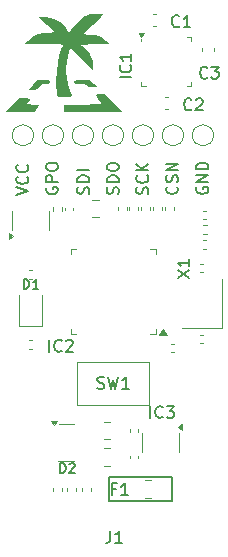
<source format=gbr>
%TF.GenerationSoftware,KiCad,Pcbnew,9.0.0+1*%
%TF.CreationDate,2025-04-22T18:27:58+02:00*%
%TF.ProjectId,ts13a_dev_kit,74733133-615f-4646-9576-5f6b69742e6b,rev?*%
%TF.SameCoordinates,Original*%
%TF.FileFunction,Legend,Top*%
%TF.FilePolarity,Positive*%
%FSLAX46Y46*%
G04 Gerber Fmt 4.6, Leading zero omitted, Abs format (unit mm)*
G04 Created by KiCad (PCBNEW 9.0.0+1) date 2025-04-22 18:27:58*
%MOMM*%
%LPD*%
G01*
G04 APERTURE LIST*
%ADD10C,0.150000*%
%ADD11C,0.120000*%
%ADD12C,0.000000*%
G04 APERTURE END LIST*
D10*
X129609485Y-90208019D02*
X135016138Y-90208019D01*
X135016138Y-92201365D01*
X129609485Y-92201365D01*
X129609485Y-90208019D01*
X130422200Y-66220839D02*
X130469819Y-66077982D01*
X130469819Y-66077982D02*
X130469819Y-65839887D01*
X130469819Y-65839887D02*
X130422200Y-65744649D01*
X130422200Y-65744649D02*
X130374580Y-65697030D01*
X130374580Y-65697030D02*
X130279342Y-65649411D01*
X130279342Y-65649411D02*
X130184104Y-65649411D01*
X130184104Y-65649411D02*
X130088866Y-65697030D01*
X130088866Y-65697030D02*
X130041247Y-65744649D01*
X130041247Y-65744649D02*
X129993628Y-65839887D01*
X129993628Y-65839887D02*
X129946009Y-66030363D01*
X129946009Y-66030363D02*
X129898390Y-66125601D01*
X129898390Y-66125601D02*
X129850771Y-66173220D01*
X129850771Y-66173220D02*
X129755533Y-66220839D01*
X129755533Y-66220839D02*
X129660295Y-66220839D01*
X129660295Y-66220839D02*
X129565057Y-66173220D01*
X129565057Y-66173220D02*
X129517438Y-66125601D01*
X129517438Y-66125601D02*
X129469819Y-66030363D01*
X129469819Y-66030363D02*
X129469819Y-65792268D01*
X129469819Y-65792268D02*
X129517438Y-65649411D01*
X130469819Y-65220839D02*
X129469819Y-65220839D01*
X129469819Y-65220839D02*
X129469819Y-64982744D01*
X129469819Y-64982744D02*
X129517438Y-64839887D01*
X129517438Y-64839887D02*
X129612676Y-64744649D01*
X129612676Y-64744649D02*
X129707914Y-64697030D01*
X129707914Y-64697030D02*
X129898390Y-64649411D01*
X129898390Y-64649411D02*
X130041247Y-64649411D01*
X130041247Y-64649411D02*
X130231723Y-64697030D01*
X130231723Y-64697030D02*
X130326961Y-64744649D01*
X130326961Y-64744649D02*
X130422200Y-64839887D01*
X130422200Y-64839887D02*
X130469819Y-64982744D01*
X130469819Y-64982744D02*
X130469819Y-65220839D01*
X129469819Y-64030363D02*
X129469819Y-63839887D01*
X129469819Y-63839887D02*
X129517438Y-63744649D01*
X129517438Y-63744649D02*
X129612676Y-63649411D01*
X129612676Y-63649411D02*
X129803152Y-63601792D01*
X129803152Y-63601792D02*
X130136485Y-63601792D01*
X130136485Y-63601792D02*
X130326961Y-63649411D01*
X130326961Y-63649411D02*
X130422200Y-63744649D01*
X130422200Y-63744649D02*
X130469819Y-63839887D01*
X130469819Y-63839887D02*
X130469819Y-64030363D01*
X130469819Y-64030363D02*
X130422200Y-64125601D01*
X130422200Y-64125601D02*
X130326961Y-64220839D01*
X130326961Y-64220839D02*
X130136485Y-64268458D01*
X130136485Y-64268458D02*
X129803152Y-64268458D01*
X129803152Y-64268458D02*
X129612676Y-64220839D01*
X129612676Y-64220839D02*
X129517438Y-64125601D01*
X129517438Y-64125601D02*
X129469819Y-64030363D01*
X121814819Y-66316077D02*
X122814819Y-65982744D01*
X122814819Y-65982744D02*
X121814819Y-65649411D01*
X122719580Y-64744649D02*
X122767200Y-64792268D01*
X122767200Y-64792268D02*
X122814819Y-64935125D01*
X122814819Y-64935125D02*
X122814819Y-65030363D01*
X122814819Y-65030363D02*
X122767200Y-65173220D01*
X122767200Y-65173220D02*
X122671961Y-65268458D01*
X122671961Y-65268458D02*
X122576723Y-65316077D01*
X122576723Y-65316077D02*
X122386247Y-65363696D01*
X122386247Y-65363696D02*
X122243390Y-65363696D01*
X122243390Y-65363696D02*
X122052914Y-65316077D01*
X122052914Y-65316077D02*
X121957676Y-65268458D01*
X121957676Y-65268458D02*
X121862438Y-65173220D01*
X121862438Y-65173220D02*
X121814819Y-65030363D01*
X121814819Y-65030363D02*
X121814819Y-64935125D01*
X121814819Y-64935125D02*
X121862438Y-64792268D01*
X121862438Y-64792268D02*
X121910057Y-64744649D01*
X122719580Y-63744649D02*
X122767200Y-63792268D01*
X122767200Y-63792268D02*
X122814819Y-63935125D01*
X122814819Y-63935125D02*
X122814819Y-64030363D01*
X122814819Y-64030363D02*
X122767200Y-64173220D01*
X122767200Y-64173220D02*
X122671961Y-64268458D01*
X122671961Y-64268458D02*
X122576723Y-64316077D01*
X122576723Y-64316077D02*
X122386247Y-64363696D01*
X122386247Y-64363696D02*
X122243390Y-64363696D01*
X122243390Y-64363696D02*
X122052914Y-64316077D01*
X122052914Y-64316077D02*
X121957676Y-64268458D01*
X121957676Y-64268458D02*
X121862438Y-64173220D01*
X121862438Y-64173220D02*
X121814819Y-64030363D01*
X121814819Y-64030363D02*
X121814819Y-63935125D01*
X121814819Y-63935125D02*
X121862438Y-63792268D01*
X121862438Y-63792268D02*
X121910057Y-63744649D01*
X124377438Y-65669411D02*
X124329819Y-65764649D01*
X124329819Y-65764649D02*
X124329819Y-65907506D01*
X124329819Y-65907506D02*
X124377438Y-66050363D01*
X124377438Y-66050363D02*
X124472676Y-66145601D01*
X124472676Y-66145601D02*
X124567914Y-66193220D01*
X124567914Y-66193220D02*
X124758390Y-66240839D01*
X124758390Y-66240839D02*
X124901247Y-66240839D01*
X124901247Y-66240839D02*
X125091723Y-66193220D01*
X125091723Y-66193220D02*
X125186961Y-66145601D01*
X125186961Y-66145601D02*
X125282200Y-66050363D01*
X125282200Y-66050363D02*
X125329819Y-65907506D01*
X125329819Y-65907506D02*
X125329819Y-65812268D01*
X125329819Y-65812268D02*
X125282200Y-65669411D01*
X125282200Y-65669411D02*
X125234580Y-65621792D01*
X125234580Y-65621792D02*
X124901247Y-65621792D01*
X124901247Y-65621792D02*
X124901247Y-65812268D01*
X125329819Y-65193220D02*
X124329819Y-65193220D01*
X124329819Y-65193220D02*
X124329819Y-64812268D01*
X124329819Y-64812268D02*
X124377438Y-64717030D01*
X124377438Y-64717030D02*
X124425057Y-64669411D01*
X124425057Y-64669411D02*
X124520295Y-64621792D01*
X124520295Y-64621792D02*
X124663152Y-64621792D01*
X124663152Y-64621792D02*
X124758390Y-64669411D01*
X124758390Y-64669411D02*
X124806009Y-64717030D01*
X124806009Y-64717030D02*
X124853628Y-64812268D01*
X124853628Y-64812268D02*
X124853628Y-65193220D01*
X124329819Y-64002744D02*
X124329819Y-63812268D01*
X124329819Y-63812268D02*
X124377438Y-63717030D01*
X124377438Y-63717030D02*
X124472676Y-63621792D01*
X124472676Y-63621792D02*
X124663152Y-63574173D01*
X124663152Y-63574173D02*
X124996485Y-63574173D01*
X124996485Y-63574173D02*
X125186961Y-63621792D01*
X125186961Y-63621792D02*
X125282200Y-63717030D01*
X125282200Y-63717030D02*
X125329819Y-63812268D01*
X125329819Y-63812268D02*
X125329819Y-64002744D01*
X125329819Y-64002744D02*
X125282200Y-64097982D01*
X125282200Y-64097982D02*
X125186961Y-64193220D01*
X125186961Y-64193220D02*
X124996485Y-64240839D01*
X124996485Y-64240839D02*
X124663152Y-64240839D01*
X124663152Y-64240839D02*
X124472676Y-64193220D01*
X124472676Y-64193220D02*
X124377438Y-64097982D01*
X124377438Y-64097982D02*
X124329819Y-64002744D01*
X135374580Y-65601792D02*
X135422200Y-65649411D01*
X135422200Y-65649411D02*
X135469819Y-65792268D01*
X135469819Y-65792268D02*
X135469819Y-65887506D01*
X135469819Y-65887506D02*
X135422200Y-66030363D01*
X135422200Y-66030363D02*
X135326961Y-66125601D01*
X135326961Y-66125601D02*
X135231723Y-66173220D01*
X135231723Y-66173220D02*
X135041247Y-66220839D01*
X135041247Y-66220839D02*
X134898390Y-66220839D01*
X134898390Y-66220839D02*
X134707914Y-66173220D01*
X134707914Y-66173220D02*
X134612676Y-66125601D01*
X134612676Y-66125601D02*
X134517438Y-66030363D01*
X134517438Y-66030363D02*
X134469819Y-65887506D01*
X134469819Y-65887506D02*
X134469819Y-65792268D01*
X134469819Y-65792268D02*
X134517438Y-65649411D01*
X134517438Y-65649411D02*
X134565057Y-65601792D01*
X135422200Y-65220839D02*
X135469819Y-65077982D01*
X135469819Y-65077982D02*
X135469819Y-64839887D01*
X135469819Y-64839887D02*
X135422200Y-64744649D01*
X135422200Y-64744649D02*
X135374580Y-64697030D01*
X135374580Y-64697030D02*
X135279342Y-64649411D01*
X135279342Y-64649411D02*
X135184104Y-64649411D01*
X135184104Y-64649411D02*
X135088866Y-64697030D01*
X135088866Y-64697030D02*
X135041247Y-64744649D01*
X135041247Y-64744649D02*
X134993628Y-64839887D01*
X134993628Y-64839887D02*
X134946009Y-65030363D01*
X134946009Y-65030363D02*
X134898390Y-65125601D01*
X134898390Y-65125601D02*
X134850771Y-65173220D01*
X134850771Y-65173220D02*
X134755533Y-65220839D01*
X134755533Y-65220839D02*
X134660295Y-65220839D01*
X134660295Y-65220839D02*
X134565057Y-65173220D01*
X134565057Y-65173220D02*
X134517438Y-65125601D01*
X134517438Y-65125601D02*
X134469819Y-65030363D01*
X134469819Y-65030363D02*
X134469819Y-64792268D01*
X134469819Y-64792268D02*
X134517438Y-64649411D01*
X135469819Y-64220839D02*
X134469819Y-64220839D01*
X134469819Y-64220839D02*
X135469819Y-63649411D01*
X135469819Y-63649411D02*
X134469819Y-63649411D01*
X132922200Y-66220839D02*
X132969819Y-66077982D01*
X132969819Y-66077982D02*
X132969819Y-65839887D01*
X132969819Y-65839887D02*
X132922200Y-65744649D01*
X132922200Y-65744649D02*
X132874580Y-65697030D01*
X132874580Y-65697030D02*
X132779342Y-65649411D01*
X132779342Y-65649411D02*
X132684104Y-65649411D01*
X132684104Y-65649411D02*
X132588866Y-65697030D01*
X132588866Y-65697030D02*
X132541247Y-65744649D01*
X132541247Y-65744649D02*
X132493628Y-65839887D01*
X132493628Y-65839887D02*
X132446009Y-66030363D01*
X132446009Y-66030363D02*
X132398390Y-66125601D01*
X132398390Y-66125601D02*
X132350771Y-66173220D01*
X132350771Y-66173220D02*
X132255533Y-66220839D01*
X132255533Y-66220839D02*
X132160295Y-66220839D01*
X132160295Y-66220839D02*
X132065057Y-66173220D01*
X132065057Y-66173220D02*
X132017438Y-66125601D01*
X132017438Y-66125601D02*
X131969819Y-66030363D01*
X131969819Y-66030363D02*
X131969819Y-65792268D01*
X131969819Y-65792268D02*
X132017438Y-65649411D01*
X132874580Y-64649411D02*
X132922200Y-64697030D01*
X132922200Y-64697030D02*
X132969819Y-64839887D01*
X132969819Y-64839887D02*
X132969819Y-64935125D01*
X132969819Y-64935125D02*
X132922200Y-65077982D01*
X132922200Y-65077982D02*
X132826961Y-65173220D01*
X132826961Y-65173220D02*
X132731723Y-65220839D01*
X132731723Y-65220839D02*
X132541247Y-65268458D01*
X132541247Y-65268458D02*
X132398390Y-65268458D01*
X132398390Y-65268458D02*
X132207914Y-65220839D01*
X132207914Y-65220839D02*
X132112676Y-65173220D01*
X132112676Y-65173220D02*
X132017438Y-65077982D01*
X132017438Y-65077982D02*
X131969819Y-64935125D01*
X131969819Y-64935125D02*
X131969819Y-64839887D01*
X131969819Y-64839887D02*
X132017438Y-64697030D01*
X132017438Y-64697030D02*
X132065057Y-64649411D01*
X132969819Y-64220839D02*
X131969819Y-64220839D01*
X132969819Y-63649411D02*
X132398390Y-64077982D01*
X131969819Y-63649411D02*
X132541247Y-64220839D01*
X127922200Y-66220839D02*
X127969819Y-66077982D01*
X127969819Y-66077982D02*
X127969819Y-65839887D01*
X127969819Y-65839887D02*
X127922200Y-65744649D01*
X127922200Y-65744649D02*
X127874580Y-65697030D01*
X127874580Y-65697030D02*
X127779342Y-65649411D01*
X127779342Y-65649411D02*
X127684104Y-65649411D01*
X127684104Y-65649411D02*
X127588866Y-65697030D01*
X127588866Y-65697030D02*
X127541247Y-65744649D01*
X127541247Y-65744649D02*
X127493628Y-65839887D01*
X127493628Y-65839887D02*
X127446009Y-66030363D01*
X127446009Y-66030363D02*
X127398390Y-66125601D01*
X127398390Y-66125601D02*
X127350771Y-66173220D01*
X127350771Y-66173220D02*
X127255533Y-66220839D01*
X127255533Y-66220839D02*
X127160295Y-66220839D01*
X127160295Y-66220839D02*
X127065057Y-66173220D01*
X127065057Y-66173220D02*
X127017438Y-66125601D01*
X127017438Y-66125601D02*
X126969819Y-66030363D01*
X126969819Y-66030363D02*
X126969819Y-65792268D01*
X126969819Y-65792268D02*
X127017438Y-65649411D01*
X127969819Y-65220839D02*
X126969819Y-65220839D01*
X126969819Y-65220839D02*
X126969819Y-64982744D01*
X126969819Y-64982744D02*
X127017438Y-64839887D01*
X127017438Y-64839887D02*
X127112676Y-64744649D01*
X127112676Y-64744649D02*
X127207914Y-64697030D01*
X127207914Y-64697030D02*
X127398390Y-64649411D01*
X127398390Y-64649411D02*
X127541247Y-64649411D01*
X127541247Y-64649411D02*
X127731723Y-64697030D01*
X127731723Y-64697030D02*
X127826961Y-64744649D01*
X127826961Y-64744649D02*
X127922200Y-64839887D01*
X127922200Y-64839887D02*
X127969819Y-64982744D01*
X127969819Y-64982744D02*
X127969819Y-65220839D01*
X127969819Y-64220839D02*
X126969819Y-64220839D01*
X137102438Y-65649411D02*
X137054819Y-65744649D01*
X137054819Y-65744649D02*
X137054819Y-65887506D01*
X137054819Y-65887506D02*
X137102438Y-66030363D01*
X137102438Y-66030363D02*
X137197676Y-66125601D01*
X137197676Y-66125601D02*
X137292914Y-66173220D01*
X137292914Y-66173220D02*
X137483390Y-66220839D01*
X137483390Y-66220839D02*
X137626247Y-66220839D01*
X137626247Y-66220839D02*
X137816723Y-66173220D01*
X137816723Y-66173220D02*
X137911961Y-66125601D01*
X137911961Y-66125601D02*
X138007200Y-66030363D01*
X138007200Y-66030363D02*
X138054819Y-65887506D01*
X138054819Y-65887506D02*
X138054819Y-65792268D01*
X138054819Y-65792268D02*
X138007200Y-65649411D01*
X138007200Y-65649411D02*
X137959580Y-65601792D01*
X137959580Y-65601792D02*
X137626247Y-65601792D01*
X137626247Y-65601792D02*
X137626247Y-65792268D01*
X138054819Y-65173220D02*
X137054819Y-65173220D01*
X137054819Y-65173220D02*
X138054819Y-64601792D01*
X138054819Y-64601792D02*
X137054819Y-64601792D01*
X138054819Y-64125601D02*
X137054819Y-64125601D01*
X137054819Y-64125601D02*
X137054819Y-63887506D01*
X137054819Y-63887506D02*
X137102438Y-63744649D01*
X137102438Y-63744649D02*
X137197676Y-63649411D01*
X137197676Y-63649411D02*
X137292914Y-63601792D01*
X137292914Y-63601792D02*
X137483390Y-63554173D01*
X137483390Y-63554173D02*
X137626247Y-63554173D01*
X137626247Y-63554173D02*
X137816723Y-63601792D01*
X137816723Y-63601792D02*
X137911961Y-63649411D01*
X137911961Y-63649411D02*
X138007200Y-63744649D01*
X138007200Y-63744649D02*
X138054819Y-63887506D01*
X138054819Y-63887506D02*
X138054819Y-64125601D01*
X129766666Y-94754819D02*
X129766666Y-95469104D01*
X129766666Y-95469104D02*
X129719047Y-95611961D01*
X129719047Y-95611961D02*
X129623809Y-95707200D01*
X129623809Y-95707200D02*
X129480952Y-95754819D01*
X129480952Y-95754819D02*
X129385714Y-95754819D01*
X130766666Y-95754819D02*
X130195238Y-95754819D01*
X130480952Y-95754819D02*
X130480952Y-94754819D01*
X130480952Y-94754819D02*
X130385714Y-94897676D01*
X130385714Y-94897676D02*
X130290476Y-94992914D01*
X130290476Y-94992914D02*
X130195238Y-95040533D01*
X136629808Y-59036594D02*
X136582189Y-59084214D01*
X136582189Y-59084214D02*
X136439332Y-59131833D01*
X136439332Y-59131833D02*
X136344094Y-59131833D01*
X136344094Y-59131833D02*
X136201237Y-59084214D01*
X136201237Y-59084214D02*
X136105999Y-58988975D01*
X136105999Y-58988975D02*
X136058380Y-58893737D01*
X136058380Y-58893737D02*
X136010761Y-58703261D01*
X136010761Y-58703261D02*
X136010761Y-58560404D01*
X136010761Y-58560404D02*
X136058380Y-58369928D01*
X136058380Y-58369928D02*
X136105999Y-58274690D01*
X136105999Y-58274690D02*
X136201237Y-58179452D01*
X136201237Y-58179452D02*
X136344094Y-58131833D01*
X136344094Y-58131833D02*
X136439332Y-58131833D01*
X136439332Y-58131833D02*
X136582189Y-58179452D01*
X136582189Y-58179452D02*
X136629808Y-58227071D01*
X137010761Y-58227071D02*
X137058380Y-58179452D01*
X137058380Y-58179452D02*
X137153618Y-58131833D01*
X137153618Y-58131833D02*
X137391713Y-58131833D01*
X137391713Y-58131833D02*
X137486951Y-58179452D01*
X137486951Y-58179452D02*
X137534570Y-58227071D01*
X137534570Y-58227071D02*
X137582189Y-58322309D01*
X137582189Y-58322309D02*
X137582189Y-58417547D01*
X137582189Y-58417547D02*
X137534570Y-58560404D01*
X137534570Y-58560404D02*
X136963142Y-59131833D01*
X136963142Y-59131833D02*
X137582189Y-59131833D01*
X133143810Y-85184819D02*
X133143810Y-84184819D01*
X134191428Y-85089580D02*
X134143809Y-85137200D01*
X134143809Y-85137200D02*
X134000952Y-85184819D01*
X134000952Y-85184819D02*
X133905714Y-85184819D01*
X133905714Y-85184819D02*
X133762857Y-85137200D01*
X133762857Y-85137200D02*
X133667619Y-85041961D01*
X133667619Y-85041961D02*
X133620000Y-84946723D01*
X133620000Y-84946723D02*
X133572381Y-84756247D01*
X133572381Y-84756247D02*
X133572381Y-84613390D01*
X133572381Y-84613390D02*
X133620000Y-84422914D01*
X133620000Y-84422914D02*
X133667619Y-84327676D01*
X133667619Y-84327676D02*
X133762857Y-84232438D01*
X133762857Y-84232438D02*
X133905714Y-84184819D01*
X133905714Y-84184819D02*
X134000952Y-84184819D01*
X134000952Y-84184819D02*
X134143809Y-84232438D01*
X134143809Y-84232438D02*
X134191428Y-84280057D01*
X134524762Y-84184819D02*
X135143809Y-84184819D01*
X135143809Y-84184819D02*
X134810476Y-84565771D01*
X134810476Y-84565771D02*
X134953333Y-84565771D01*
X134953333Y-84565771D02*
X135048571Y-84613390D01*
X135048571Y-84613390D02*
X135096190Y-84661009D01*
X135096190Y-84661009D02*
X135143809Y-84756247D01*
X135143809Y-84756247D02*
X135143809Y-84994342D01*
X135143809Y-84994342D02*
X135096190Y-85089580D01*
X135096190Y-85089580D02*
X135048571Y-85137200D01*
X135048571Y-85137200D02*
X134953333Y-85184819D01*
X134953333Y-85184819D02*
X134667619Y-85184819D01*
X134667619Y-85184819D02*
X134572381Y-85137200D01*
X134572381Y-85137200D02*
X134524762Y-85089580D01*
X128666667Y-82657200D02*
X128809524Y-82704819D01*
X128809524Y-82704819D02*
X129047619Y-82704819D01*
X129047619Y-82704819D02*
X129142857Y-82657200D01*
X129142857Y-82657200D02*
X129190476Y-82609580D01*
X129190476Y-82609580D02*
X129238095Y-82514342D01*
X129238095Y-82514342D02*
X129238095Y-82419104D01*
X129238095Y-82419104D02*
X129190476Y-82323866D01*
X129190476Y-82323866D02*
X129142857Y-82276247D01*
X129142857Y-82276247D02*
X129047619Y-82228628D01*
X129047619Y-82228628D02*
X128857143Y-82181009D01*
X128857143Y-82181009D02*
X128761905Y-82133390D01*
X128761905Y-82133390D02*
X128714286Y-82085771D01*
X128714286Y-82085771D02*
X128666667Y-81990533D01*
X128666667Y-81990533D02*
X128666667Y-81895295D01*
X128666667Y-81895295D02*
X128714286Y-81800057D01*
X128714286Y-81800057D02*
X128761905Y-81752438D01*
X128761905Y-81752438D02*
X128857143Y-81704819D01*
X128857143Y-81704819D02*
X129095238Y-81704819D01*
X129095238Y-81704819D02*
X129238095Y-81752438D01*
X129571429Y-81704819D02*
X129809524Y-82704819D01*
X129809524Y-82704819D02*
X130000000Y-81990533D01*
X130000000Y-81990533D02*
X130190476Y-82704819D01*
X130190476Y-82704819D02*
X130428572Y-81704819D01*
X131333333Y-82704819D02*
X130761905Y-82704819D01*
X131047619Y-82704819D02*
X131047619Y-81704819D01*
X131047619Y-81704819D02*
X130952381Y-81847676D01*
X130952381Y-81847676D02*
X130857143Y-81942914D01*
X130857143Y-81942914D02*
X130761905Y-81990533D01*
X131544819Y-56346189D02*
X130544819Y-56346189D01*
X131449580Y-55298571D02*
X131497200Y-55346190D01*
X131497200Y-55346190D02*
X131544819Y-55489047D01*
X131544819Y-55489047D02*
X131544819Y-55584285D01*
X131544819Y-55584285D02*
X131497200Y-55727142D01*
X131497200Y-55727142D02*
X131401961Y-55822380D01*
X131401961Y-55822380D02*
X131306723Y-55869999D01*
X131306723Y-55869999D02*
X131116247Y-55917618D01*
X131116247Y-55917618D02*
X130973390Y-55917618D01*
X130973390Y-55917618D02*
X130782914Y-55869999D01*
X130782914Y-55869999D02*
X130687676Y-55822380D01*
X130687676Y-55822380D02*
X130592438Y-55727142D01*
X130592438Y-55727142D02*
X130544819Y-55584285D01*
X130544819Y-55584285D02*
X130544819Y-55489047D01*
X130544819Y-55489047D02*
X130592438Y-55346190D01*
X130592438Y-55346190D02*
X130640057Y-55298571D01*
X131544819Y-54346190D02*
X131544819Y-54917618D01*
X131544819Y-54631904D02*
X130544819Y-54631904D01*
X130544819Y-54631904D02*
X130687676Y-54727142D01*
X130687676Y-54727142D02*
X130782914Y-54822380D01*
X130782914Y-54822380D02*
X130830533Y-54917618D01*
X135454819Y-73309523D02*
X136454819Y-72642857D01*
X135454819Y-72642857D02*
X136454819Y-73309523D01*
X136454819Y-71738095D02*
X136454819Y-72309523D01*
X136454819Y-72023809D02*
X135454819Y-72023809D01*
X135454819Y-72023809D02*
X135597676Y-72119047D01*
X135597676Y-72119047D02*
X135692914Y-72214285D01*
X135692914Y-72214285D02*
X135740533Y-72309523D01*
X122441298Y-74239170D02*
X122441298Y-73439170D01*
X122441298Y-73439170D02*
X122631774Y-73439170D01*
X122631774Y-73439170D02*
X122746060Y-73477265D01*
X122746060Y-73477265D02*
X122822250Y-73553455D01*
X122822250Y-73553455D02*
X122860345Y-73629646D01*
X122860345Y-73629646D02*
X122898441Y-73782027D01*
X122898441Y-73782027D02*
X122898441Y-73896313D01*
X122898441Y-73896313D02*
X122860345Y-74048694D01*
X122860345Y-74048694D02*
X122822250Y-74124884D01*
X122822250Y-74124884D02*
X122746060Y-74201075D01*
X122746060Y-74201075D02*
X122631774Y-74239170D01*
X122631774Y-74239170D02*
X122441298Y-74239170D01*
X123660345Y-74239170D02*
X123203202Y-74239170D01*
X123431774Y-74239170D02*
X123431774Y-73439170D01*
X123431774Y-73439170D02*
X123355583Y-73553455D01*
X123355583Y-73553455D02*
X123279393Y-73629646D01*
X123279393Y-73629646D02*
X123203202Y-73667741D01*
X135582923Y-51991346D02*
X135535304Y-52038966D01*
X135535304Y-52038966D02*
X135392447Y-52086585D01*
X135392447Y-52086585D02*
X135297209Y-52086585D01*
X135297209Y-52086585D02*
X135154352Y-52038966D01*
X135154352Y-52038966D02*
X135059114Y-51943727D01*
X135059114Y-51943727D02*
X135011495Y-51848489D01*
X135011495Y-51848489D02*
X134963876Y-51658013D01*
X134963876Y-51658013D02*
X134963876Y-51515156D01*
X134963876Y-51515156D02*
X135011495Y-51324680D01*
X135011495Y-51324680D02*
X135059114Y-51229442D01*
X135059114Y-51229442D02*
X135154352Y-51134204D01*
X135154352Y-51134204D02*
X135297209Y-51086585D01*
X135297209Y-51086585D02*
X135392447Y-51086585D01*
X135392447Y-51086585D02*
X135535304Y-51134204D01*
X135535304Y-51134204D02*
X135582923Y-51181823D01*
X136535304Y-52086585D02*
X135963876Y-52086585D01*
X136249590Y-52086585D02*
X136249590Y-51086585D01*
X136249590Y-51086585D02*
X136154352Y-51229442D01*
X136154352Y-51229442D02*
X136059114Y-51324680D01*
X136059114Y-51324680D02*
X135963876Y-51372299D01*
X137973780Y-56348648D02*
X137926161Y-56396268D01*
X137926161Y-56396268D02*
X137783304Y-56443887D01*
X137783304Y-56443887D02*
X137688066Y-56443887D01*
X137688066Y-56443887D02*
X137545209Y-56396268D01*
X137545209Y-56396268D02*
X137449971Y-56301029D01*
X137449971Y-56301029D02*
X137402352Y-56205791D01*
X137402352Y-56205791D02*
X137354733Y-56015315D01*
X137354733Y-56015315D02*
X137354733Y-55872458D01*
X137354733Y-55872458D02*
X137402352Y-55681982D01*
X137402352Y-55681982D02*
X137449971Y-55586744D01*
X137449971Y-55586744D02*
X137545209Y-55491506D01*
X137545209Y-55491506D02*
X137688066Y-55443887D01*
X137688066Y-55443887D02*
X137783304Y-55443887D01*
X137783304Y-55443887D02*
X137926161Y-55491506D01*
X137926161Y-55491506D02*
X137973780Y-55539125D01*
X138307114Y-55443887D02*
X138926161Y-55443887D01*
X138926161Y-55443887D02*
X138592828Y-55824839D01*
X138592828Y-55824839D02*
X138735685Y-55824839D01*
X138735685Y-55824839D02*
X138830923Y-55872458D01*
X138830923Y-55872458D02*
X138878542Y-55920077D01*
X138878542Y-55920077D02*
X138926161Y-56015315D01*
X138926161Y-56015315D02*
X138926161Y-56253410D01*
X138926161Y-56253410D02*
X138878542Y-56348648D01*
X138878542Y-56348648D02*
X138830923Y-56396268D01*
X138830923Y-56396268D02*
X138735685Y-56443887D01*
X138735685Y-56443887D02*
X138449971Y-56443887D01*
X138449971Y-56443887D02*
X138354733Y-56396268D01*
X138354733Y-56396268D02*
X138307114Y-56348648D01*
X124583810Y-79574819D02*
X124583810Y-78574819D01*
X125631428Y-79479580D02*
X125583809Y-79527200D01*
X125583809Y-79527200D02*
X125440952Y-79574819D01*
X125440952Y-79574819D02*
X125345714Y-79574819D01*
X125345714Y-79574819D02*
X125202857Y-79527200D01*
X125202857Y-79527200D02*
X125107619Y-79431961D01*
X125107619Y-79431961D02*
X125060000Y-79336723D01*
X125060000Y-79336723D02*
X125012381Y-79146247D01*
X125012381Y-79146247D02*
X125012381Y-79003390D01*
X125012381Y-79003390D02*
X125060000Y-78812914D01*
X125060000Y-78812914D02*
X125107619Y-78717676D01*
X125107619Y-78717676D02*
X125202857Y-78622438D01*
X125202857Y-78622438D02*
X125345714Y-78574819D01*
X125345714Y-78574819D02*
X125440952Y-78574819D01*
X125440952Y-78574819D02*
X125583809Y-78622438D01*
X125583809Y-78622438D02*
X125631428Y-78670057D01*
X126012381Y-78670057D02*
X126060000Y-78622438D01*
X126060000Y-78622438D02*
X126155238Y-78574819D01*
X126155238Y-78574819D02*
X126393333Y-78574819D01*
X126393333Y-78574819D02*
X126488571Y-78622438D01*
X126488571Y-78622438D02*
X126536190Y-78670057D01*
X126536190Y-78670057D02*
X126583809Y-78765295D01*
X126583809Y-78765295D02*
X126583809Y-78860533D01*
X126583809Y-78860533D02*
X126536190Y-79003390D01*
X126536190Y-79003390D02*
X125964762Y-79574819D01*
X125964762Y-79574819D02*
X126583809Y-79574819D01*
X130205957Y-91177070D02*
X129872624Y-91177070D01*
X129872624Y-91700880D02*
X129872624Y-90700880D01*
X129872624Y-90700880D02*
X130348814Y-90700880D01*
X131253576Y-91700880D02*
X130682148Y-91700880D01*
X130967862Y-91700880D02*
X130967862Y-90700880D01*
X130967862Y-90700880D02*
X130872624Y-90843737D01*
X130872624Y-90843737D02*
X130777386Y-90938975D01*
X130777386Y-90938975D02*
X130682148Y-90986594D01*
X125539524Y-89822295D02*
X125539524Y-89022295D01*
X125539524Y-89022295D02*
X125730000Y-89022295D01*
X125730000Y-89022295D02*
X125844286Y-89060390D01*
X125844286Y-89060390D02*
X125920476Y-89136580D01*
X125920476Y-89136580D02*
X125958571Y-89212771D01*
X125958571Y-89212771D02*
X125996667Y-89365152D01*
X125996667Y-89365152D02*
X125996667Y-89479438D01*
X125996667Y-89479438D02*
X125958571Y-89631819D01*
X125958571Y-89631819D02*
X125920476Y-89708009D01*
X125920476Y-89708009D02*
X125844286Y-89784200D01*
X125844286Y-89784200D02*
X125730000Y-89822295D01*
X125730000Y-89822295D02*
X125539524Y-89822295D01*
X126301428Y-89098485D02*
X126339524Y-89060390D01*
X126339524Y-89060390D02*
X126415714Y-89022295D01*
X126415714Y-89022295D02*
X126606190Y-89022295D01*
X126606190Y-89022295D02*
X126682381Y-89060390D01*
X126682381Y-89060390D02*
X126720476Y-89098485D01*
X126720476Y-89098485D02*
X126758571Y-89174676D01*
X126758571Y-89174676D02*
X126758571Y-89250866D01*
X126758571Y-89250866D02*
X126720476Y-89365152D01*
X126720476Y-89365152D02*
X126263333Y-89822295D01*
X126263333Y-89822295D02*
X126758571Y-89822295D01*
D11*
%TO.C,C14*%
X128238748Y-66715000D02*
X128761252Y-66715000D01*
X128238748Y-68185000D02*
X128761252Y-68185000D01*
%TO.C,C2*%
X134359420Y-57990000D02*
X134640580Y-57990000D01*
X134359420Y-59010000D02*
X134640580Y-59010000D01*
%TO.C,C13*%
X125890000Y-67392164D02*
X125890000Y-67607836D01*
X126610000Y-67392164D02*
X126610000Y-67607836D01*
%TO.C,IC3*%
X132440000Y-87250000D02*
X132440000Y-86450000D01*
X132440000Y-87250000D02*
X132440000Y-88050000D01*
X135560000Y-87250000D02*
X135560000Y-86450000D01*
X135560000Y-87250000D02*
X135560000Y-88050000D01*
X135840000Y-86190000D02*
X135510000Y-85950000D01*
X135840000Y-85710000D01*
X135840000Y-86190000D01*
G36*
X135840000Y-86190000D02*
G01*
X135510000Y-85950000D01*
X135840000Y-85710000D01*
X135840000Y-86190000D01*
G37*
%TO.C,R7*%
X134370000Y-67296359D02*
X134370000Y-67603641D01*
X135130000Y-67296359D02*
X135130000Y-67603641D01*
%TO.C,R3*%
X131370000Y-67296359D02*
X131370000Y-67603641D01*
X132130000Y-67296359D02*
X132130000Y-67603641D01*
%TO.C,PAD3*%
X125800000Y-61250000D02*
G75*
G02*
X124000000Y-61250000I-900000J0D01*
G01*
X124000000Y-61250000D02*
G75*
G02*
X125800000Y-61250000I900000J0D01*
G01*
%TO.C,R1*%
X137596359Y-68870000D02*
X137903641Y-68870000D01*
X137596359Y-69630000D02*
X137903641Y-69630000D01*
%TO.C,PAD4*%
X135960000Y-61250000D02*
G75*
G02*
X134160000Y-61250000I-900000J0D01*
G01*
X134160000Y-61250000D02*
G75*
G02*
X135960000Y-61250000I900000J0D01*
G01*
%TO.C,SW1*%
X126940000Y-80440000D02*
X133060000Y-80440000D01*
X126940000Y-84060000D02*
X126940000Y-80440000D01*
X133060000Y-80440000D02*
X133060000Y-84060000D01*
X133060000Y-84060000D02*
X126940000Y-84060000D01*
%TO.C,PAD6*%
X130880000Y-61250000D02*
G75*
G02*
X129080000Y-61250000I-900000J0D01*
G01*
X129080000Y-61250000D02*
G75*
G02*
X130880000Y-61250000I900000J0D01*
G01*
%TO.C,C9*%
X135107836Y-78890000D02*
X134892164Y-78890000D01*
X135107836Y-79610000D02*
X134892164Y-79610000D01*
%TO.C,IC1*%
X132390000Y-53240000D02*
X132390000Y-53130000D01*
X132390000Y-57110000D02*
X132390000Y-56760000D01*
X132740000Y-57110000D02*
X132390000Y-57110000D01*
X136260000Y-52890000D02*
X136610000Y-52890000D01*
X136260000Y-57110000D02*
X136610000Y-57110000D01*
X136610000Y-52890000D02*
X136610000Y-53240000D01*
X136610000Y-57110000D02*
X136610000Y-56760000D01*
X132390000Y-52890000D02*
X132150000Y-52560000D01*
X132630000Y-52560000D01*
X132390000Y-52890000D01*
G36*
X132390000Y-52890000D02*
G01*
X132150000Y-52560000D01*
X132630000Y-52560000D01*
X132390000Y-52890000D01*
G37*
%TO.C,X1*%
X135790000Y-77560000D02*
X139210000Y-77560000D01*
X139210000Y-77560000D02*
X139210000Y-73440000D01*
%TO.C,C5*%
X131390000Y-88392164D02*
X131390000Y-88607836D01*
X132110000Y-88392164D02*
X132110000Y-88607836D01*
%TO.C,D1*%
X122040000Y-74750000D02*
X122040000Y-77435000D01*
X122040000Y-77435000D02*
X123960000Y-77435000D01*
X123960000Y-77435000D02*
X123960000Y-74750000D01*
%TO.C,R13*%
X122846359Y-72620000D02*
X123153641Y-72620000D01*
X122846359Y-73380000D02*
X123153641Y-73380000D01*
%TO.C,C1*%
X133640580Y-50990000D02*
X133359420Y-50990000D01*
X133640580Y-52010000D02*
X133359420Y-52010000D01*
%TO.C,PAD2*%
X138500000Y-61250000D02*
G75*
G02*
X136700000Y-61250000I-900000J0D01*
G01*
X136700000Y-61250000D02*
G75*
G02*
X138500000Y-61250000I900000J0D01*
G01*
%TO.C,C3*%
X137490000Y-54140580D02*
X137490000Y-53859420D01*
X138510000Y-54140580D02*
X138510000Y-53859420D01*
%TO.C,C11*%
X137607836Y-78140000D02*
X137392164Y-78140000D01*
X137607836Y-78860000D02*
X137392164Y-78860000D01*
%TO.C,IC2*%
X126390000Y-70890000D02*
X126390000Y-71340000D01*
X126390000Y-78110000D02*
X126390000Y-77660000D01*
X126840000Y-70890000D02*
X126390000Y-70890000D01*
X126840000Y-78110000D02*
X126390000Y-78110000D01*
X133160000Y-70890000D02*
X133610000Y-70890000D01*
X133160000Y-78110000D02*
X133610000Y-78110000D01*
X133610000Y-70890000D02*
X133610000Y-71340000D01*
X133610000Y-78110000D02*
X133610000Y-77660000D01*
X134540000Y-78130000D02*
X133860000Y-78130000D01*
X134200000Y-77660000D01*
X134540000Y-78130000D01*
G36*
X134540000Y-78130000D02*
G01*
X133860000Y-78130000D01*
X134200000Y-77660000D01*
X134540000Y-78130000D01*
G37*
%TO.C,R12*%
X124870000Y-67653641D02*
X124870000Y-67346359D01*
X125630000Y-67653641D02*
X125630000Y-67346359D01*
%TO.C,F1*%
X132732420Y-90473019D02*
X133186548Y-90473019D01*
X132732420Y-91943019D02*
X133186548Y-91943019D01*
%TO.C,C4*%
X129761252Y-87765000D02*
X129238748Y-87765000D01*
X129761252Y-89235000D02*
X129238748Y-89235000D01*
%TO.C,R5*%
X133370000Y-67296359D02*
X133370000Y-67603641D01*
X134130000Y-67296359D02*
X134130000Y-67603641D01*
%TO.C,PAD1*%
X123260000Y-61250000D02*
G75*
G02*
X121460000Y-61250000I-900000J0D01*
G01*
X121460000Y-61250000D02*
G75*
G02*
X123260000Y-61250000I900000J0D01*
G01*
%TO.C,IC4*%
X121440000Y-68500000D02*
X121440000Y-67700000D01*
X121440000Y-68500000D02*
X121440000Y-69300000D01*
X124560000Y-68500000D02*
X124560000Y-67700000D01*
X124560000Y-68500000D02*
X124560000Y-69300000D01*
X121490000Y-69800000D02*
X121160000Y-70040000D01*
X121160000Y-69560000D01*
X121490000Y-69800000D01*
G36*
X121490000Y-69800000D02*
G01*
X121160000Y-70040000D01*
X121160000Y-69560000D01*
X121490000Y-69800000D01*
G37*
%TO.C,R10*%
X126120000Y-91403641D02*
X126120000Y-91096359D01*
X126880000Y-91403641D02*
X126880000Y-91096359D01*
%TO.C,PAD7*%
X128340000Y-61250000D02*
G75*
G02*
X126540000Y-61250000I-900000J0D01*
G01*
X126540000Y-61250000D02*
G75*
G02*
X128340000Y-61250000I900000J0D01*
G01*
%TO.C,C12*%
X137392164Y-72140000D02*
X137607836Y-72140000D01*
X137392164Y-72860000D02*
X137607836Y-72860000D01*
%TO.C,R2*%
X130370000Y-67296359D02*
X130370000Y-67603641D01*
X131130000Y-67296359D02*
X131130000Y-67603641D01*
%TO.C,R11*%
X127370000Y-91096359D02*
X127370000Y-91403641D01*
X128130000Y-91096359D02*
X128130000Y-91403641D01*
%TO.C,C10*%
X137642164Y-70140000D02*
X137857836Y-70140000D01*
X137642164Y-70860000D02*
X137857836Y-70860000D01*
%TO.C,C8*%
X137857836Y-67640000D02*
X137642164Y-67640000D01*
X137857836Y-68360000D02*
X137642164Y-68360000D01*
%TO.C,PAD5*%
X133420000Y-61250000D02*
G75*
G02*
X131620000Y-61250000I-900000J0D01*
G01*
X131620000Y-61250000D02*
G75*
G02*
X133420000Y-61250000I900000J0D01*
G01*
%TO.C,C7*%
X129761252Y-85515000D02*
X129238748Y-85515000D01*
X129761252Y-86985000D02*
X129238748Y-86985000D01*
D12*
%TO.C,G1*%
G36*
X122740185Y-58124715D02*
G01*
X122901217Y-58145043D01*
X122964583Y-58173597D01*
X122964621Y-58174346D01*
X122927102Y-58261932D01*
X122836379Y-58394724D01*
X122831984Y-58400342D01*
X122740309Y-58527846D01*
X122699481Y-58606301D01*
X122699347Y-58608241D01*
X122760260Y-58626998D01*
X122921412Y-58640882D01*
X123150426Y-58647342D01*
X123197854Y-58647519D01*
X123696360Y-58647519D01*
X123360298Y-59310705D01*
X120878353Y-59310705D01*
X121472454Y-58713838D01*
X122066556Y-58116971D01*
X122515589Y-58116971D01*
X122740185Y-58124715D01*
G37*
G36*
X124404938Y-56593115D02*
G01*
X124563605Y-56602362D01*
X124637493Y-56626641D01*
X124650530Y-56673204D01*
X124629754Y-56740861D01*
X124572314Y-56834024D01*
X124462700Y-56884346D01*
X124262416Y-56908537D01*
X124240304Y-56909904D01*
X124028484Y-56933162D01*
X123895423Y-56989195D01*
X123787359Y-57105233D01*
X123750188Y-57158146D01*
X123654110Y-57286026D01*
X123559114Y-57354384D01*
X123420339Y-57381842D01*
X123198812Y-57387014D01*
X122802977Y-57387467D01*
X123196736Y-56989556D01*
X123590496Y-56591645D01*
X124137562Y-56591645D01*
X124404938Y-56593115D01*
G37*
G36*
X128390022Y-56888541D02*
G01*
X128701175Y-57185437D01*
X128322177Y-57186974D01*
X128094153Y-57179425D01*
X127961152Y-57147276D01*
X127886284Y-57079781D01*
X127872193Y-57055875D01*
X127819473Y-56988143D01*
X127730543Y-56948067D01*
X127574611Y-56928748D01*
X127320885Y-56923289D01*
X127280088Y-56923237D01*
X126992217Y-56915695D01*
X126812467Y-56885864D01*
X126716821Y-56822937D01*
X126681260Y-56716107D01*
X126678460Y-56652539D01*
X126740213Y-56627606D01*
X126907261Y-56607611D01*
X127152287Y-56594930D01*
X127378665Y-56591645D01*
X128078870Y-56591645D01*
X128390022Y-56888541D01*
G37*
G36*
X130055111Y-58547305D02*
G01*
X130823368Y-59309231D01*
X128319843Y-59309968D01*
X125816319Y-59310705D01*
X125816319Y-58647519D01*
X127407964Y-58647519D01*
X127851578Y-58645358D01*
X128247596Y-58639288D01*
X128577893Y-58629926D01*
X128824348Y-58617893D01*
X128968837Y-58603806D01*
X128999608Y-58593178D01*
X128962607Y-58515989D01*
X128865747Y-58366606D01*
X128734334Y-58183290D01*
X128600409Y-58000872D01*
X128505054Y-57865424D01*
X128469060Y-57806560D01*
X128529415Y-57795519D01*
X128686645Y-57787856D01*
X128877957Y-57785378D01*
X129286854Y-57785378D01*
X130055111Y-58547305D01*
G37*
G36*
X129009735Y-50966623D02*
G01*
X129119784Y-50984181D01*
X129132245Y-50995274D01*
X129087568Y-51058479D01*
X128963595Y-51198711D01*
X128775410Y-51399807D01*
X128538101Y-51645602D01*
X128304539Y-51882106D01*
X127476833Y-52712010D01*
X127989526Y-52715429D01*
X128533395Y-52776751D01*
X129011472Y-52952714D01*
X129422517Y-53242842D01*
X129463838Y-53281950D01*
X129695953Y-53507833D01*
X128435901Y-53540992D01*
X128000000Y-53552887D01*
X127682103Y-53563613D01*
X127467619Y-53575189D01*
X127341952Y-53589633D01*
X127290509Y-53608965D01*
X127298697Y-53635201D01*
X127351922Y-53670361D01*
X127381539Y-53686821D01*
X127686800Y-53916154D01*
X127950017Y-54230729D01*
X128154819Y-54597620D01*
X128284837Y-54983900D01*
X128323703Y-55356644D01*
X128301696Y-55537688D01*
X128255797Y-55746665D01*
X126361247Y-53855495D01*
X126257652Y-54212212D01*
X126084779Y-54991314D01*
X126030467Y-55745745D01*
X126096054Y-56494806D01*
X126282874Y-57257795D01*
X126510752Y-57868277D01*
X126522541Y-57921952D01*
X126487990Y-57956007D01*
X126384928Y-57974829D01*
X126191182Y-57982804D01*
X125924155Y-57984334D01*
X125288297Y-57984334D01*
X125237295Y-57801958D01*
X125219541Y-57672190D01*
X125205214Y-57438672D01*
X125195435Y-57130272D01*
X125191326Y-56775859D01*
X125191536Y-56624804D01*
X125218365Y-55847548D01*
X125294269Y-55160162D01*
X125425569Y-54526961D01*
X125618585Y-53912258D01*
X125717126Y-53657049D01*
X125724335Y-53621134D01*
X125703342Y-53593480D01*
X125639375Y-53573015D01*
X125517662Y-53558667D01*
X125323428Y-53549364D01*
X125041902Y-53544032D01*
X124658310Y-53541599D01*
X124157880Y-53540994D01*
X124118483Y-53540992D01*
X122472776Y-53540992D01*
X122760650Y-53247670D01*
X123162888Y-52922588D01*
X123633393Y-52701747D01*
X124182641Y-52580866D01*
X124447133Y-52558480D01*
X125034344Y-52529328D01*
X124382059Y-51874585D01*
X123729773Y-51219843D01*
X124192759Y-51219895D01*
X124705093Y-51284495D01*
X125187601Y-51473472D01*
X125628280Y-51779768D01*
X126015126Y-52196325D01*
X126130570Y-52359265D01*
X126305625Y-52623792D01*
X126464731Y-52310722D01*
X126694243Y-51961738D01*
X127010195Y-51620399D01*
X127370696Y-51327876D01*
X127614832Y-51180444D01*
X127840436Y-51079661D01*
X128068919Y-51016936D01*
X128350797Y-50980810D01*
X128551958Y-50967867D01*
X128810494Y-50960714D01*
X129009735Y-50966623D01*
G37*
D11*
%TO.C,C6*%
X131390000Y-86142164D02*
X131390000Y-86357836D01*
X132110000Y-86142164D02*
X132110000Y-86357836D01*
%TO.C,R4*%
X132370000Y-67296359D02*
X132370000Y-67603641D01*
X133130000Y-67296359D02*
X133130000Y-67603641D01*
%TO.C,R9*%
X124870000Y-91403641D02*
X124870000Y-91096359D01*
X125630000Y-91403641D02*
X125630000Y-91096359D01*
%TO.C,R6*%
X123153641Y-78620000D02*
X122846359Y-78620000D01*
X123153641Y-79380000D02*
X122846359Y-79380000D01*
%TO.C,D2*%
X125350000Y-88810000D02*
X126650000Y-88810000D01*
X126650000Y-85690000D02*
X125380000Y-85690000D01*
X125000000Y-85740000D02*
X124760000Y-85410000D01*
X125240000Y-85410000D01*
X125000000Y-85740000D01*
G36*
X125000000Y-85740000D02*
G01*
X124760000Y-85410000D01*
X125240000Y-85410000D01*
X125000000Y-85740000D01*
G37*
%TD*%
M02*

</source>
